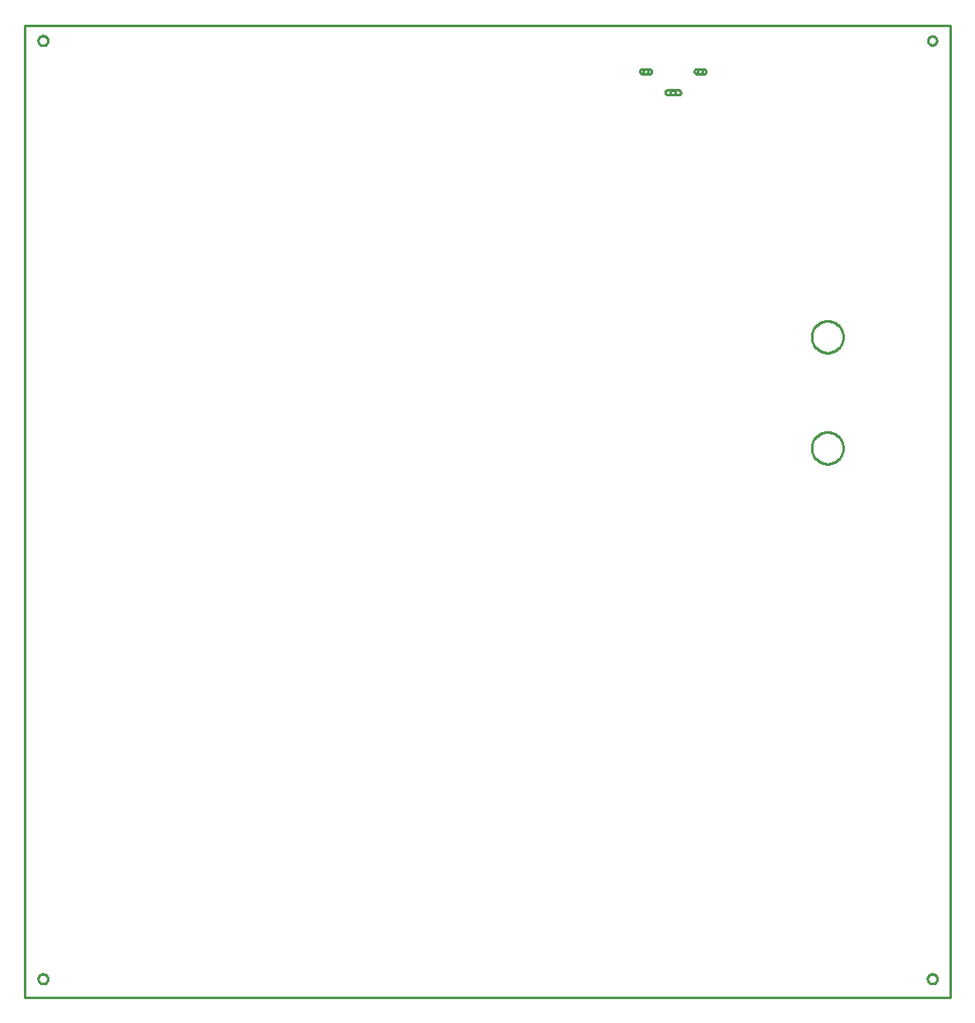
<source format=gbr>
G04 EAGLE Gerber RS-274X export*
G75*
%MOMM*%
%FSLAX34Y34*%
%LPD*%
%IN*%
%IPPOS*%
%AMOC8*
5,1,8,0,0,1.08239X$1,22.5*%
G01*
%ADD10C,0.254000*%


D10*
X0Y0D02*
X952300Y0D01*
X952300Y1000000D01*
X0Y1000000D01*
X0Y0D01*
X658750Y931000D02*
X658760Y930782D01*
X658788Y930566D01*
X658835Y930353D01*
X658901Y930145D01*
X658984Y929943D01*
X659085Y929750D01*
X659202Y929566D01*
X659335Y929393D01*
X659482Y929232D01*
X659643Y929085D01*
X659816Y928952D01*
X660000Y928835D01*
X660193Y928734D01*
X660395Y928651D01*
X660603Y928585D01*
X660816Y928538D01*
X661032Y928510D01*
X661250Y928500D01*
X672250Y928500D01*
X672468Y928510D01*
X672684Y928538D01*
X672897Y928585D01*
X673105Y928651D01*
X673307Y928734D01*
X673500Y928835D01*
X673684Y928952D01*
X673857Y929085D01*
X674018Y929232D01*
X674165Y929393D01*
X674298Y929566D01*
X674415Y929750D01*
X674516Y929943D01*
X674599Y930145D01*
X674665Y930353D01*
X674712Y930566D01*
X674741Y930782D01*
X674750Y931000D01*
X674741Y931218D01*
X674712Y931434D01*
X674665Y931647D01*
X674599Y931855D01*
X674516Y932057D01*
X674415Y932250D01*
X674298Y932434D01*
X674165Y932607D01*
X674018Y932768D01*
X673857Y932915D01*
X673684Y933048D01*
X673500Y933165D01*
X673307Y933266D01*
X673105Y933349D01*
X672897Y933415D01*
X672684Y933462D01*
X672468Y933491D01*
X672250Y933500D01*
X661250Y933500D01*
X661032Y933491D01*
X660816Y933462D01*
X660603Y933415D01*
X660395Y933349D01*
X660193Y933266D01*
X660000Y933165D01*
X659816Y933048D01*
X659643Y932915D01*
X659482Y932768D01*
X659335Y932607D01*
X659202Y932434D01*
X659085Y932250D01*
X658984Y932057D01*
X658901Y931855D01*
X658835Y931647D01*
X658788Y931434D01*
X658760Y931218D01*
X658750Y931000D01*
X688750Y952500D02*
X688760Y952282D01*
X688788Y952066D01*
X688835Y951853D01*
X688901Y951645D01*
X688984Y951443D01*
X689085Y951250D01*
X689202Y951066D01*
X689335Y950893D01*
X689482Y950732D01*
X689643Y950585D01*
X689816Y950452D01*
X690000Y950335D01*
X690193Y950234D01*
X690395Y950151D01*
X690603Y950085D01*
X690816Y950038D01*
X691032Y950010D01*
X691250Y950000D01*
X698250Y950000D01*
X698468Y950010D01*
X698684Y950038D01*
X698897Y950085D01*
X699105Y950151D01*
X699307Y950234D01*
X699500Y950335D01*
X699684Y950452D01*
X699857Y950585D01*
X700018Y950732D01*
X700165Y950893D01*
X700298Y951066D01*
X700415Y951250D01*
X700516Y951443D01*
X700599Y951645D01*
X700665Y951853D01*
X700712Y952066D01*
X700741Y952282D01*
X700750Y952500D01*
X700741Y952718D01*
X700712Y952934D01*
X700665Y953147D01*
X700599Y953355D01*
X700516Y953557D01*
X700415Y953750D01*
X700298Y953934D01*
X700165Y954107D01*
X700018Y954268D01*
X699857Y954415D01*
X699684Y954548D01*
X699500Y954665D01*
X699307Y954766D01*
X699105Y954849D01*
X698897Y954915D01*
X698684Y954962D01*
X698468Y954991D01*
X698250Y955000D01*
X691250Y955000D01*
X691032Y954991D01*
X690816Y954962D01*
X690603Y954915D01*
X690395Y954849D01*
X690193Y954766D01*
X690000Y954665D01*
X689816Y954548D01*
X689643Y954415D01*
X689482Y954268D01*
X689335Y954107D01*
X689202Y953934D01*
X689085Y953750D01*
X688984Y953557D01*
X688901Y953355D01*
X688835Y953147D01*
X688788Y952934D01*
X688760Y952718D01*
X688750Y952500D01*
X632750Y952500D02*
X632760Y952282D01*
X632788Y952066D01*
X632835Y951853D01*
X632901Y951645D01*
X632984Y951443D01*
X633085Y951250D01*
X633202Y951066D01*
X633335Y950893D01*
X633482Y950732D01*
X633643Y950585D01*
X633816Y950452D01*
X634000Y950335D01*
X634193Y950234D01*
X634395Y950151D01*
X634603Y950085D01*
X634816Y950038D01*
X635032Y950010D01*
X635250Y950000D01*
X642250Y950000D01*
X642468Y950010D01*
X642684Y950038D01*
X642897Y950085D01*
X643105Y950151D01*
X643307Y950234D01*
X643500Y950335D01*
X643684Y950452D01*
X643857Y950585D01*
X644018Y950732D01*
X644165Y950893D01*
X644298Y951066D01*
X644415Y951250D01*
X644516Y951443D01*
X644599Y951645D01*
X644665Y951853D01*
X644712Y952066D01*
X644741Y952282D01*
X644750Y952500D01*
X644741Y952718D01*
X644712Y952934D01*
X644665Y953147D01*
X644599Y953355D01*
X644516Y953557D01*
X644415Y953750D01*
X644298Y953934D01*
X644165Y954107D01*
X644018Y954268D01*
X643857Y954415D01*
X643684Y954548D01*
X643500Y954665D01*
X643307Y954766D01*
X643105Y954849D01*
X642897Y954915D01*
X642684Y954962D01*
X642468Y954991D01*
X642250Y955000D01*
X635250Y955000D01*
X635032Y954991D01*
X634816Y954962D01*
X634603Y954915D01*
X634395Y954849D01*
X634193Y954766D01*
X634000Y954665D01*
X633816Y954548D01*
X633643Y954415D01*
X633482Y954268D01*
X633335Y954107D01*
X633202Y953934D01*
X633085Y953750D01*
X632984Y953557D01*
X632901Y953355D01*
X632835Y953147D01*
X632788Y952934D01*
X632760Y952718D01*
X632750Y952500D01*
X24050Y18769D02*
X23987Y18211D01*
X23862Y17664D01*
X23677Y17134D01*
X23433Y16628D01*
X23134Y16152D01*
X22784Y15713D01*
X22387Y15316D01*
X21948Y14966D01*
X21472Y14667D01*
X20966Y14423D01*
X20436Y14238D01*
X19889Y14113D01*
X19331Y14050D01*
X18769Y14050D01*
X18211Y14113D01*
X17664Y14238D01*
X17134Y14423D01*
X16628Y14667D01*
X16152Y14966D01*
X15713Y15316D01*
X15316Y15713D01*
X14966Y16152D01*
X14667Y16628D01*
X14423Y17134D01*
X14238Y17664D01*
X14113Y18211D01*
X14050Y18769D01*
X14050Y19331D01*
X14113Y19889D01*
X14238Y20436D01*
X14423Y20966D01*
X14667Y21472D01*
X14966Y21948D01*
X15316Y22387D01*
X15713Y22784D01*
X16152Y23134D01*
X16628Y23433D01*
X17134Y23677D01*
X17664Y23862D01*
X18211Y23987D01*
X18769Y24050D01*
X19331Y24050D01*
X19889Y23987D01*
X20436Y23862D01*
X20966Y23677D01*
X21472Y23433D01*
X21948Y23134D01*
X22387Y22784D01*
X22784Y22387D01*
X23134Y21948D01*
X23433Y21472D01*
X23677Y20966D01*
X23862Y20436D01*
X23987Y19889D01*
X24050Y19331D01*
X24050Y18769D01*
X938450Y18769D02*
X938387Y18211D01*
X938262Y17664D01*
X938077Y17134D01*
X937833Y16628D01*
X937534Y16152D01*
X937184Y15713D01*
X936787Y15316D01*
X936348Y14966D01*
X935872Y14667D01*
X935366Y14423D01*
X934836Y14238D01*
X934289Y14113D01*
X933731Y14050D01*
X933169Y14050D01*
X932611Y14113D01*
X932064Y14238D01*
X931534Y14423D01*
X931028Y14667D01*
X930552Y14966D01*
X930113Y15316D01*
X929716Y15713D01*
X929366Y16152D01*
X929067Y16628D01*
X928823Y17134D01*
X928638Y17664D01*
X928513Y18211D01*
X928450Y18769D01*
X928450Y19331D01*
X928513Y19889D01*
X928638Y20436D01*
X928823Y20966D01*
X929067Y21472D01*
X929366Y21948D01*
X929716Y22387D01*
X930113Y22784D01*
X930552Y23134D01*
X931028Y23433D01*
X931534Y23677D01*
X932064Y23862D01*
X932611Y23987D01*
X933169Y24050D01*
X933731Y24050D01*
X934289Y23987D01*
X934836Y23862D01*
X935366Y23677D01*
X935872Y23433D01*
X936348Y23134D01*
X936787Y22784D01*
X937184Y22387D01*
X937534Y21948D01*
X937833Y21472D01*
X938077Y20966D01*
X938262Y20436D01*
X938387Y19889D01*
X938450Y19331D01*
X938450Y18769D01*
X24050Y983969D02*
X23987Y983411D01*
X23862Y982864D01*
X23677Y982334D01*
X23433Y981828D01*
X23134Y981352D01*
X22784Y980913D01*
X22387Y980516D01*
X21948Y980166D01*
X21472Y979867D01*
X20966Y979623D01*
X20436Y979438D01*
X19889Y979313D01*
X19331Y979250D01*
X18769Y979250D01*
X18211Y979313D01*
X17664Y979438D01*
X17134Y979623D01*
X16628Y979867D01*
X16152Y980166D01*
X15713Y980516D01*
X15316Y980913D01*
X14966Y981352D01*
X14667Y981828D01*
X14423Y982334D01*
X14238Y982864D01*
X14113Y983411D01*
X14050Y983969D01*
X14050Y984531D01*
X14113Y985089D01*
X14238Y985636D01*
X14423Y986166D01*
X14667Y986672D01*
X14966Y987148D01*
X15316Y987587D01*
X15713Y987984D01*
X16152Y988334D01*
X16628Y988633D01*
X17134Y988877D01*
X17664Y989062D01*
X18211Y989187D01*
X18769Y989250D01*
X19331Y989250D01*
X19889Y989187D01*
X20436Y989062D01*
X20966Y988877D01*
X21472Y988633D01*
X21948Y988334D01*
X22387Y987984D01*
X22784Y987587D01*
X23134Y987148D01*
X23433Y986672D01*
X23677Y986166D01*
X23862Y985636D01*
X23987Y985089D01*
X24050Y984531D01*
X24050Y983969D01*
X937950Y983955D02*
X937873Y983370D01*
X937720Y982800D01*
X937495Y982255D01*
X937200Y981745D01*
X936841Y981277D01*
X936423Y980859D01*
X935955Y980500D01*
X935445Y980205D01*
X934900Y979980D01*
X934330Y979827D01*
X933745Y979750D01*
X933155Y979750D01*
X932570Y979827D01*
X932000Y979980D01*
X931455Y980205D01*
X930945Y980500D01*
X930477Y980859D01*
X930059Y981277D01*
X929700Y981745D01*
X929405Y982255D01*
X929180Y982800D01*
X929027Y983370D01*
X928950Y983955D01*
X928950Y984545D01*
X929027Y985130D01*
X929180Y985700D01*
X929405Y986245D01*
X929700Y986755D01*
X930059Y987223D01*
X930477Y987641D01*
X930945Y988000D01*
X931455Y988295D01*
X932000Y988520D01*
X932570Y988673D01*
X933155Y988750D01*
X933745Y988750D01*
X934330Y988673D01*
X934900Y988520D01*
X935445Y988295D01*
X935955Y988000D01*
X936423Y987641D01*
X936841Y987223D01*
X937200Y986755D01*
X937495Y986245D01*
X937720Y985700D01*
X937873Y985130D01*
X937950Y984545D01*
X937950Y983955D01*
X824968Y663200D02*
X823906Y663270D01*
X822852Y663408D01*
X821808Y663616D01*
X820780Y663891D01*
X819773Y664233D01*
X818790Y664641D01*
X817836Y665111D01*
X816914Y665643D01*
X816030Y666234D01*
X815186Y666882D01*
X814386Y667583D01*
X813633Y668336D01*
X812932Y669136D01*
X812284Y669980D01*
X811693Y670864D01*
X811161Y671786D01*
X810691Y672740D01*
X810283Y673723D01*
X809941Y674730D01*
X809666Y675758D01*
X809458Y676802D01*
X809320Y677856D01*
X809250Y678918D01*
X809250Y679982D01*
X809320Y681044D01*
X809458Y682098D01*
X809666Y683142D01*
X809941Y684170D01*
X810283Y685177D01*
X810691Y686160D01*
X811161Y687114D01*
X811693Y688036D01*
X812284Y688920D01*
X812932Y689764D01*
X813633Y690564D01*
X814386Y691317D01*
X815186Y692018D01*
X816030Y692666D01*
X816914Y693257D01*
X817836Y693789D01*
X818790Y694259D01*
X819773Y694667D01*
X820780Y695009D01*
X821808Y695284D01*
X822852Y695492D01*
X823906Y695630D01*
X824968Y695700D01*
X826032Y695700D01*
X827094Y695630D01*
X828148Y695492D01*
X829192Y695284D01*
X830220Y695009D01*
X831227Y694667D01*
X832210Y694259D01*
X833164Y693789D01*
X834086Y693257D01*
X834970Y692666D01*
X835814Y692018D01*
X836614Y691317D01*
X837367Y690564D01*
X838068Y689764D01*
X838716Y688920D01*
X839307Y688036D01*
X839839Y687114D01*
X840309Y686160D01*
X840717Y685177D01*
X841059Y684170D01*
X841334Y683142D01*
X841542Y682098D01*
X841680Y681044D01*
X841750Y679982D01*
X841750Y678918D01*
X841680Y677856D01*
X841542Y676802D01*
X841334Y675758D01*
X841059Y674730D01*
X840717Y673723D01*
X840309Y672740D01*
X839839Y671786D01*
X839307Y670864D01*
X838716Y669980D01*
X838068Y669136D01*
X837367Y668336D01*
X836614Y667583D01*
X835814Y666882D01*
X834970Y666234D01*
X834086Y665643D01*
X833164Y665111D01*
X832210Y664641D01*
X831227Y664233D01*
X830220Y663891D01*
X829192Y663616D01*
X828148Y663408D01*
X827094Y663270D01*
X826032Y663200D01*
X824968Y663200D01*
X824968Y548900D02*
X823906Y548970D01*
X822852Y549108D01*
X821808Y549316D01*
X820780Y549591D01*
X819773Y549933D01*
X818790Y550341D01*
X817836Y550811D01*
X816914Y551343D01*
X816030Y551934D01*
X815186Y552582D01*
X814386Y553283D01*
X813633Y554036D01*
X812932Y554836D01*
X812284Y555680D01*
X811693Y556564D01*
X811161Y557486D01*
X810691Y558440D01*
X810283Y559423D01*
X809941Y560430D01*
X809666Y561458D01*
X809458Y562502D01*
X809320Y563556D01*
X809250Y564618D01*
X809250Y565682D01*
X809320Y566744D01*
X809458Y567798D01*
X809666Y568842D01*
X809941Y569870D01*
X810283Y570877D01*
X810691Y571860D01*
X811161Y572814D01*
X811693Y573736D01*
X812284Y574620D01*
X812932Y575464D01*
X813633Y576264D01*
X814386Y577017D01*
X815186Y577718D01*
X816030Y578366D01*
X816914Y578957D01*
X817836Y579489D01*
X818790Y579959D01*
X819773Y580367D01*
X820780Y580709D01*
X821808Y580984D01*
X822852Y581192D01*
X823906Y581330D01*
X824968Y581400D01*
X826032Y581400D01*
X827094Y581330D01*
X828148Y581192D01*
X829192Y580984D01*
X830220Y580709D01*
X831227Y580367D01*
X832210Y579959D01*
X833164Y579489D01*
X834086Y578957D01*
X834970Y578366D01*
X835814Y577718D01*
X836614Y577017D01*
X837367Y576264D01*
X838068Y575464D01*
X838716Y574620D01*
X839307Y573736D01*
X839839Y572814D01*
X840309Y571860D01*
X840717Y570877D01*
X841059Y569870D01*
X841334Y568842D01*
X841542Y567798D01*
X841680Y566744D01*
X841750Y565682D01*
X841750Y564618D01*
X841680Y563556D01*
X841542Y562502D01*
X841334Y561458D01*
X841059Y560430D01*
X840717Y559423D01*
X840309Y558440D01*
X839839Y557486D01*
X839307Y556564D01*
X838716Y555680D01*
X838068Y554836D01*
X837367Y554036D01*
X836614Y553283D01*
X835814Y552582D01*
X834970Y551934D01*
X834086Y551343D01*
X833164Y550811D01*
X832210Y550341D01*
X831227Y549933D01*
X830220Y549591D01*
X829192Y549316D01*
X828148Y549108D01*
X827094Y548970D01*
X826032Y548900D01*
X824968Y548900D01*
X641250Y952303D02*
X641188Y951915D01*
X641067Y951540D01*
X640888Y951190D01*
X640657Y950871D01*
X640379Y950593D01*
X640060Y950362D01*
X639710Y950183D01*
X639335Y950062D01*
X638947Y950000D01*
X638553Y950000D01*
X638165Y950062D01*
X637790Y950183D01*
X637440Y950362D01*
X637121Y950593D01*
X636843Y950871D01*
X636612Y951190D01*
X636433Y951540D01*
X636312Y951915D01*
X636250Y952303D01*
X636250Y952697D01*
X636312Y953085D01*
X636433Y953460D01*
X636612Y953810D01*
X636843Y954129D01*
X637121Y954407D01*
X637440Y954638D01*
X637790Y954817D01*
X638165Y954938D01*
X638553Y955000D01*
X638947Y955000D01*
X639335Y954938D01*
X639710Y954817D01*
X640060Y954638D01*
X640379Y954407D01*
X640657Y954129D01*
X640888Y953810D01*
X641067Y953460D01*
X641188Y953085D01*
X641250Y952697D01*
X641250Y952303D01*
X697250Y952303D02*
X697188Y951915D01*
X697067Y951540D01*
X696888Y951190D01*
X696657Y950871D01*
X696379Y950593D01*
X696060Y950362D01*
X695710Y950183D01*
X695335Y950062D01*
X694947Y950000D01*
X694553Y950000D01*
X694165Y950062D01*
X693790Y950183D01*
X693440Y950362D01*
X693121Y950593D01*
X692843Y950871D01*
X692612Y951190D01*
X692433Y951540D01*
X692312Y951915D01*
X692250Y952303D01*
X692250Y952697D01*
X692312Y953085D01*
X692433Y953460D01*
X692612Y953810D01*
X692843Y954129D01*
X693121Y954407D01*
X693440Y954638D01*
X693790Y954817D01*
X694165Y954938D01*
X694553Y955000D01*
X694947Y955000D01*
X695335Y954938D01*
X695710Y954817D01*
X696060Y954638D01*
X696379Y954407D01*
X696657Y954129D01*
X696888Y953810D01*
X697067Y953460D01*
X697188Y953085D01*
X697250Y952697D01*
X697250Y952303D01*
X669250Y930803D02*
X669188Y930415D01*
X669067Y930040D01*
X668888Y929690D01*
X668657Y929371D01*
X668379Y929093D01*
X668060Y928862D01*
X667710Y928683D01*
X667335Y928562D01*
X666947Y928500D01*
X666553Y928500D01*
X666165Y928562D01*
X665790Y928683D01*
X665440Y928862D01*
X665121Y929093D01*
X664843Y929371D01*
X664612Y929690D01*
X664433Y930040D01*
X664312Y930415D01*
X664250Y930803D01*
X664250Y931197D01*
X664312Y931585D01*
X664433Y931960D01*
X664612Y932310D01*
X664843Y932629D01*
X665121Y932907D01*
X665440Y933138D01*
X665790Y933317D01*
X666165Y933438D01*
X666553Y933500D01*
X666947Y933500D01*
X667335Y933438D01*
X667710Y933317D01*
X668060Y933138D01*
X668379Y932907D01*
X668657Y932629D01*
X668888Y932310D01*
X669067Y931960D01*
X669188Y931585D01*
X669250Y931197D01*
X669250Y930803D01*
M02*

</source>
